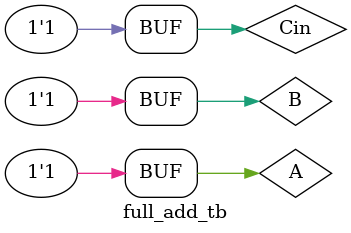
<source format=v>
module full_add_tb;
  reg A,B,Cin;
  wire sum,cout;

  full_add uut(.a(A),.b(B),.cin(Cin),.sum(sum),.cout(cout));

  initial begin
   A = 0;
   B = 0;
   Cin = 0;
   #5;
   A = 0;
   B = 0;
   Cin = 1;
   #5;  
   A = 0;
   B = 1;
   Cin = 0;
   #5;
   A = 0;
   B = 1;
   Cin = 1;
   #5;
   A = 1;
   B = 0;
   Cin = 0;
   #5;
   A = 1;
   B = 0;
   Cin = 1;
   #5;
   A = 1;
   B = 1;
   Cin = 0;
   #5;  
   A = 1;
   B = 1;
   Cin = 1;
   #5;  
  end
  initial begin $dumpfile("full_tb.vcd");$dumpvars(0,full_add_tb); end

 endmodule 

</source>
